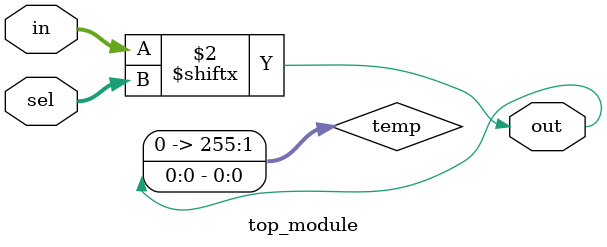
<source format=sv>
module top_module (
	input [255:0] in,
	input [7:0] sel,
	output  out
);

	reg [255:0] temp; // Define a temporary register to hold the selected bit

	always @(sel) begin
		temp = in[sel]; // Select the bit from the input vector based on the selection vector
	end

	assign out = temp[0]; // Assign the selected bit to the output

endmodule

</source>
